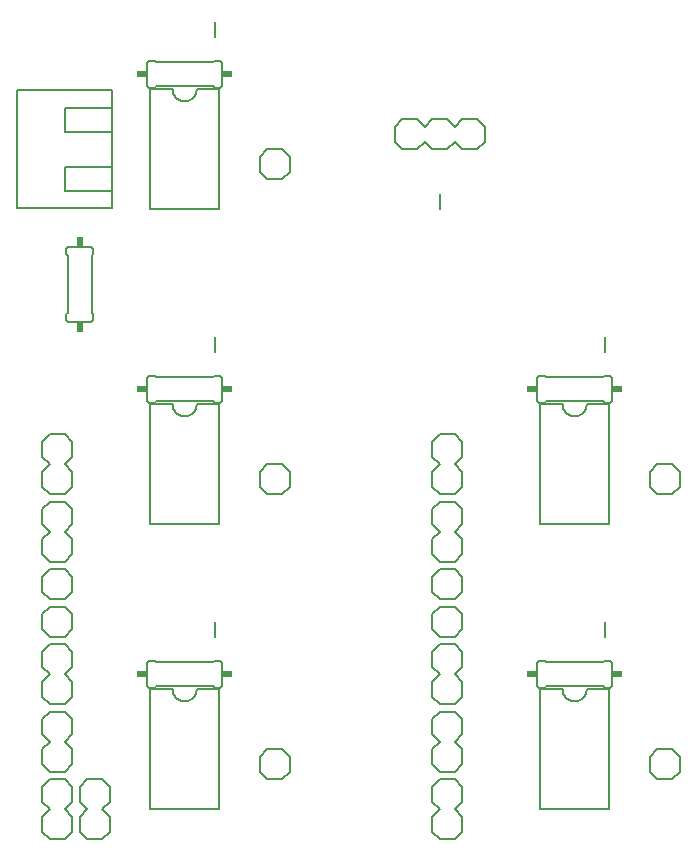
<source format=gto>
G75*
%MOIN*%
%OFA0B0*%
%FSLAX24Y24*%
%IPPOS*%
%LPD*%
%AMOC8*
5,1,8,0,0,1.08239X$1,22.5*
%
%ADD10C,0.0060*%
%ADD11C,0.0080*%
%ADD12R,0.0340X0.0240*%
%ADD13C,0.0050*%
%ADD14R,0.0240X0.0340*%
D10*
X011383Y004497D02*
X013683Y004497D01*
X013683Y008497D01*
X012933Y008497D01*
X013483Y008597D02*
X011583Y008597D01*
X011533Y008547D01*
X011383Y008547D01*
X011383Y008497D02*
X012133Y008497D01*
X012135Y008458D01*
X012141Y008419D01*
X012150Y008381D01*
X012163Y008344D01*
X012180Y008308D01*
X012200Y008275D01*
X012224Y008243D01*
X012250Y008214D01*
X012279Y008188D01*
X012311Y008164D01*
X012344Y008144D01*
X012380Y008127D01*
X012417Y008114D01*
X012455Y008105D01*
X012494Y008099D01*
X012533Y008097D01*
X012572Y008099D01*
X012611Y008105D01*
X012649Y008114D01*
X012686Y008127D01*
X012722Y008144D01*
X012755Y008164D01*
X012787Y008188D01*
X012816Y008214D01*
X012842Y008243D01*
X012866Y008275D01*
X012886Y008308D01*
X012903Y008344D01*
X012916Y008381D01*
X012925Y008419D01*
X012931Y008458D01*
X012933Y008497D01*
X013483Y008597D02*
X013533Y008547D01*
X013683Y008547D01*
X013700Y008549D01*
X013717Y008553D01*
X013733Y008560D01*
X013747Y008570D01*
X013760Y008583D01*
X013770Y008597D01*
X013777Y008613D01*
X013781Y008630D01*
X013783Y008647D01*
X013783Y009347D01*
X013781Y009364D01*
X013777Y009381D01*
X013770Y009397D01*
X013760Y009411D01*
X013747Y009424D01*
X013733Y009434D01*
X013717Y009441D01*
X013700Y009445D01*
X013683Y009447D01*
X013533Y009447D01*
X013483Y009397D01*
X011583Y009397D01*
X011533Y009447D01*
X011383Y009447D01*
X011366Y009445D01*
X011349Y009441D01*
X011333Y009434D01*
X011319Y009424D01*
X011306Y009411D01*
X011296Y009397D01*
X011289Y009381D01*
X011285Y009364D01*
X011283Y009347D01*
X011283Y008647D01*
X011285Y008630D01*
X011289Y008613D01*
X011296Y008597D01*
X011306Y008583D01*
X011319Y008570D01*
X011333Y008560D01*
X011349Y008553D01*
X011366Y008549D01*
X011383Y008547D01*
X011383Y008497D02*
X011383Y004497D01*
X011383Y013997D02*
X013683Y013997D01*
X013683Y017997D01*
X012933Y017997D01*
X013483Y018097D02*
X011583Y018097D01*
X011533Y018047D01*
X011383Y018047D01*
X011383Y017997D02*
X012133Y017997D01*
X012135Y017958D01*
X012141Y017919D01*
X012150Y017881D01*
X012163Y017844D01*
X012180Y017808D01*
X012200Y017775D01*
X012224Y017743D01*
X012250Y017714D01*
X012279Y017688D01*
X012311Y017664D01*
X012344Y017644D01*
X012380Y017627D01*
X012417Y017614D01*
X012455Y017605D01*
X012494Y017599D01*
X012533Y017597D01*
X012572Y017599D01*
X012611Y017605D01*
X012649Y017614D01*
X012686Y017627D01*
X012722Y017644D01*
X012755Y017664D01*
X012787Y017688D01*
X012816Y017714D01*
X012842Y017743D01*
X012866Y017775D01*
X012886Y017808D01*
X012903Y017844D01*
X012916Y017881D01*
X012925Y017919D01*
X012931Y017958D01*
X012933Y017997D01*
X013483Y018097D02*
X013533Y018047D01*
X013683Y018047D01*
X013700Y018049D01*
X013717Y018053D01*
X013733Y018060D01*
X013747Y018070D01*
X013760Y018083D01*
X013770Y018097D01*
X013777Y018113D01*
X013781Y018130D01*
X013783Y018147D01*
X013783Y018847D01*
X013781Y018864D01*
X013777Y018881D01*
X013770Y018897D01*
X013760Y018911D01*
X013747Y018924D01*
X013733Y018934D01*
X013717Y018941D01*
X013700Y018945D01*
X013683Y018947D01*
X013533Y018947D01*
X013483Y018897D01*
X011583Y018897D01*
X011533Y018947D01*
X011383Y018947D01*
X011366Y018945D01*
X011349Y018941D01*
X011333Y018934D01*
X011319Y018924D01*
X011306Y018911D01*
X011296Y018897D01*
X011289Y018881D01*
X011285Y018864D01*
X011283Y018847D01*
X011283Y018147D01*
X011285Y018130D01*
X011289Y018113D01*
X011296Y018097D01*
X011306Y018083D01*
X011319Y018070D01*
X011333Y018060D01*
X011349Y018053D01*
X011366Y018049D01*
X011383Y018047D01*
X011383Y017997D02*
X011383Y013997D01*
X009383Y020747D02*
X008683Y020747D01*
X008666Y020749D01*
X008649Y020753D01*
X008633Y020760D01*
X008619Y020770D01*
X008606Y020783D01*
X008596Y020797D01*
X008589Y020813D01*
X008585Y020830D01*
X008583Y020847D01*
X008583Y020997D01*
X008633Y021047D01*
X008633Y022947D01*
X008583Y022997D01*
X008583Y023147D01*
X008585Y023164D01*
X008589Y023181D01*
X008596Y023197D01*
X008606Y023211D01*
X008619Y023224D01*
X008633Y023234D01*
X008649Y023241D01*
X008666Y023245D01*
X008683Y023247D01*
X009383Y023247D01*
X009400Y023245D01*
X009417Y023241D01*
X009433Y023234D01*
X009447Y023224D01*
X009460Y023211D01*
X009470Y023197D01*
X009477Y023181D01*
X009481Y023164D01*
X009483Y023147D01*
X009483Y022997D01*
X009433Y022947D01*
X009433Y021047D01*
X009483Y020997D01*
X009483Y020847D01*
X009481Y020830D01*
X009477Y020813D01*
X009470Y020797D01*
X009460Y020783D01*
X009447Y020770D01*
X009433Y020760D01*
X009417Y020753D01*
X009400Y020749D01*
X009383Y020747D01*
X011383Y024497D02*
X013683Y024497D01*
X013683Y028497D01*
X012933Y028497D01*
X013483Y028597D02*
X011583Y028597D01*
X011533Y028547D01*
X011383Y028547D01*
X011383Y028497D02*
X012133Y028497D01*
X012135Y028458D01*
X012141Y028419D01*
X012150Y028381D01*
X012163Y028344D01*
X012180Y028308D01*
X012200Y028275D01*
X012224Y028243D01*
X012250Y028214D01*
X012279Y028188D01*
X012311Y028164D01*
X012344Y028144D01*
X012380Y028127D01*
X012417Y028114D01*
X012455Y028105D01*
X012494Y028099D01*
X012533Y028097D01*
X012572Y028099D01*
X012611Y028105D01*
X012649Y028114D01*
X012686Y028127D01*
X012722Y028144D01*
X012755Y028164D01*
X012787Y028188D01*
X012816Y028214D01*
X012842Y028243D01*
X012866Y028275D01*
X012886Y028308D01*
X012903Y028344D01*
X012916Y028381D01*
X012925Y028419D01*
X012931Y028458D01*
X012933Y028497D01*
X013483Y028597D02*
X013533Y028547D01*
X013683Y028547D01*
X013700Y028549D01*
X013717Y028553D01*
X013733Y028560D01*
X013747Y028570D01*
X013760Y028583D01*
X013770Y028597D01*
X013777Y028613D01*
X013781Y028630D01*
X013783Y028647D01*
X013783Y029347D01*
X013781Y029364D01*
X013777Y029381D01*
X013770Y029397D01*
X013760Y029411D01*
X013747Y029424D01*
X013733Y029434D01*
X013717Y029441D01*
X013700Y029445D01*
X013683Y029447D01*
X013533Y029447D01*
X013483Y029397D01*
X011583Y029397D01*
X011533Y029447D01*
X011383Y029447D01*
X011366Y029445D01*
X011349Y029441D01*
X011333Y029434D01*
X011319Y029424D01*
X011306Y029411D01*
X011296Y029397D01*
X011289Y029381D01*
X011285Y029364D01*
X011283Y029347D01*
X011283Y028647D01*
X011285Y028630D01*
X011289Y028613D01*
X011296Y028597D01*
X011306Y028583D01*
X011319Y028570D01*
X011333Y028560D01*
X011349Y028553D01*
X011366Y028549D01*
X011383Y028547D01*
X011383Y028497D02*
X011383Y024497D01*
X024283Y018847D02*
X024283Y018147D01*
X024285Y018130D01*
X024289Y018113D01*
X024296Y018097D01*
X024306Y018083D01*
X024319Y018070D01*
X024333Y018060D01*
X024349Y018053D01*
X024366Y018049D01*
X024383Y018047D01*
X024533Y018047D01*
X024583Y018097D01*
X026483Y018097D01*
X026533Y018047D01*
X026683Y018047D01*
X026683Y017997D02*
X025933Y017997D01*
X025931Y017958D01*
X025925Y017919D01*
X025916Y017881D01*
X025903Y017844D01*
X025886Y017808D01*
X025866Y017775D01*
X025842Y017743D01*
X025816Y017714D01*
X025787Y017688D01*
X025755Y017664D01*
X025722Y017644D01*
X025686Y017627D01*
X025649Y017614D01*
X025611Y017605D01*
X025572Y017599D01*
X025533Y017597D01*
X025494Y017599D01*
X025455Y017605D01*
X025417Y017614D01*
X025380Y017627D01*
X025344Y017644D01*
X025311Y017664D01*
X025279Y017688D01*
X025250Y017714D01*
X025224Y017743D01*
X025200Y017775D01*
X025180Y017808D01*
X025163Y017844D01*
X025150Y017881D01*
X025141Y017919D01*
X025135Y017958D01*
X025133Y017997D01*
X024383Y017997D01*
X024383Y013997D01*
X026683Y013997D01*
X026683Y017997D01*
X026683Y018047D02*
X026700Y018049D01*
X026717Y018053D01*
X026733Y018060D01*
X026747Y018070D01*
X026760Y018083D01*
X026770Y018097D01*
X026777Y018113D01*
X026781Y018130D01*
X026783Y018147D01*
X026783Y018847D01*
X026781Y018864D01*
X026777Y018881D01*
X026770Y018897D01*
X026760Y018911D01*
X026747Y018924D01*
X026733Y018934D01*
X026717Y018941D01*
X026700Y018945D01*
X026683Y018947D01*
X026533Y018947D01*
X026483Y018897D01*
X024583Y018897D01*
X024533Y018947D01*
X024383Y018947D01*
X024366Y018945D01*
X024349Y018941D01*
X024333Y018934D01*
X024319Y018924D01*
X024306Y018911D01*
X024296Y018897D01*
X024289Y018881D01*
X024285Y018864D01*
X024283Y018847D01*
X024383Y009447D02*
X024533Y009447D01*
X024583Y009397D01*
X026483Y009397D01*
X026533Y009447D01*
X026683Y009447D01*
X026700Y009445D01*
X026717Y009441D01*
X026733Y009434D01*
X026747Y009424D01*
X026760Y009411D01*
X026770Y009397D01*
X026777Y009381D01*
X026781Y009364D01*
X026783Y009347D01*
X026783Y008647D01*
X026781Y008630D01*
X026777Y008613D01*
X026770Y008597D01*
X026760Y008583D01*
X026747Y008570D01*
X026733Y008560D01*
X026717Y008553D01*
X026700Y008549D01*
X026683Y008547D01*
X026533Y008547D01*
X026483Y008597D01*
X024583Y008597D01*
X024533Y008547D01*
X024383Y008547D01*
X024383Y008497D02*
X025133Y008497D01*
X025135Y008458D01*
X025141Y008419D01*
X025150Y008381D01*
X025163Y008344D01*
X025180Y008308D01*
X025200Y008275D01*
X025224Y008243D01*
X025250Y008214D01*
X025279Y008188D01*
X025311Y008164D01*
X025344Y008144D01*
X025380Y008127D01*
X025417Y008114D01*
X025455Y008105D01*
X025494Y008099D01*
X025533Y008097D01*
X025572Y008099D01*
X025611Y008105D01*
X025649Y008114D01*
X025686Y008127D01*
X025722Y008144D01*
X025755Y008164D01*
X025787Y008188D01*
X025816Y008214D01*
X025842Y008243D01*
X025866Y008275D01*
X025886Y008308D01*
X025903Y008344D01*
X025916Y008381D01*
X025925Y008419D01*
X025931Y008458D01*
X025933Y008497D01*
X026683Y008497D01*
X026683Y004497D01*
X024383Y004497D01*
X024383Y008497D01*
X024383Y008547D02*
X024366Y008549D01*
X024349Y008553D01*
X024333Y008560D01*
X024319Y008570D01*
X024306Y008583D01*
X024296Y008597D01*
X024289Y008613D01*
X024285Y008630D01*
X024283Y008647D01*
X024283Y009347D01*
X024285Y009364D01*
X024289Y009381D01*
X024296Y009397D01*
X024306Y009411D01*
X024319Y009424D01*
X024333Y009434D01*
X024349Y009441D01*
X024366Y009445D01*
X024383Y009447D01*
D11*
X008033Y003497D02*
X007783Y003747D01*
X007783Y004247D01*
X008033Y004497D01*
X007783Y004747D01*
X007783Y005247D01*
X008033Y005497D01*
X008533Y005497D01*
X008783Y005247D01*
X008783Y004747D01*
X008533Y004497D01*
X008783Y004247D01*
X008783Y003747D01*
X008533Y003497D01*
X008033Y003497D01*
X009033Y003747D02*
X009033Y004247D01*
X009283Y004497D01*
X009033Y004747D01*
X009033Y005247D01*
X009283Y005497D01*
X009783Y005497D01*
X010033Y005247D01*
X010033Y004747D01*
X009783Y004497D01*
X010033Y004247D01*
X010033Y003747D01*
X009783Y003497D01*
X009283Y003497D01*
X009033Y003747D01*
X008533Y005747D02*
X008033Y005747D01*
X007783Y005997D01*
X007783Y006497D01*
X008033Y006747D01*
X007783Y006997D01*
X007783Y007497D01*
X008033Y007747D01*
X008533Y007747D01*
X008783Y007497D01*
X008783Y006997D01*
X008533Y006747D01*
X008783Y006497D01*
X008783Y005997D01*
X008533Y005747D01*
X008533Y007997D02*
X008033Y007997D01*
X007783Y008247D01*
X007783Y008747D01*
X008033Y008997D01*
X007783Y009247D01*
X007783Y009747D01*
X008033Y009997D01*
X008533Y009997D01*
X008783Y009747D01*
X008783Y009247D01*
X008533Y008997D01*
X008783Y008747D01*
X008783Y008247D01*
X008533Y007997D01*
X008533Y010247D02*
X008033Y010247D01*
X007783Y010497D01*
X007783Y010997D01*
X008033Y011247D01*
X008533Y011247D01*
X008783Y010997D01*
X008783Y010497D01*
X008533Y010247D01*
X008533Y011497D02*
X008033Y011497D01*
X007783Y011747D01*
X007783Y012247D01*
X008033Y012497D01*
X008533Y012497D01*
X008783Y012247D01*
X008783Y011747D01*
X008533Y011497D01*
X008533Y012747D02*
X008033Y012747D01*
X007783Y012997D01*
X007783Y013497D01*
X008033Y013747D01*
X007783Y013997D01*
X007783Y014497D01*
X008033Y014747D01*
X008533Y014747D01*
X008783Y014497D01*
X008783Y013997D01*
X008533Y013747D01*
X008783Y013497D01*
X008783Y012997D01*
X008533Y012747D01*
X008533Y014997D02*
X008033Y014997D01*
X007783Y015247D01*
X007783Y015747D01*
X008033Y015997D01*
X007783Y016247D01*
X007783Y016747D01*
X008033Y016997D01*
X008533Y016997D01*
X008783Y016747D01*
X008783Y016247D01*
X008533Y015997D01*
X008783Y015747D01*
X008783Y015247D01*
X008533Y014997D01*
X013533Y010747D02*
X013533Y010247D01*
X015283Y006497D02*
X015033Y006247D01*
X015033Y005747D01*
X015283Y005497D01*
X015783Y005497D01*
X016033Y005747D01*
X016033Y006247D01*
X015783Y006497D01*
X015283Y006497D01*
X020783Y006497D02*
X020783Y005997D01*
X021033Y005747D01*
X021533Y005747D01*
X021783Y005997D01*
X021783Y006497D01*
X021533Y006747D01*
X021783Y006997D01*
X021783Y007497D01*
X021533Y007747D01*
X021033Y007747D01*
X020783Y007497D01*
X020783Y006997D01*
X021033Y006747D01*
X020783Y006497D01*
X021033Y005497D02*
X020783Y005247D01*
X020783Y004747D01*
X021033Y004497D01*
X020783Y004247D01*
X020783Y003747D01*
X021033Y003497D01*
X021533Y003497D01*
X021783Y003747D01*
X021783Y004247D01*
X021533Y004497D01*
X021783Y004747D01*
X021783Y005247D01*
X021533Y005497D01*
X021033Y005497D01*
X021033Y007997D02*
X021533Y007997D01*
X021783Y008247D01*
X021783Y008747D01*
X021533Y008997D01*
X021783Y009247D01*
X021783Y009747D01*
X021533Y009997D01*
X021033Y009997D01*
X020783Y009747D01*
X020783Y009247D01*
X021033Y008997D01*
X020783Y008747D01*
X020783Y008247D01*
X021033Y007997D01*
X021033Y010247D02*
X021533Y010247D01*
X021783Y010497D01*
X021783Y010997D01*
X021533Y011247D01*
X021033Y011247D01*
X020783Y010997D01*
X020783Y010497D01*
X021033Y010247D01*
X021033Y011497D02*
X021533Y011497D01*
X021783Y011747D01*
X021783Y012247D01*
X021533Y012497D01*
X021033Y012497D01*
X020783Y012247D01*
X020783Y011747D01*
X021033Y011497D01*
X021033Y012747D02*
X020783Y012997D01*
X020783Y013497D01*
X021033Y013747D01*
X020783Y013997D01*
X020783Y014497D01*
X021033Y014747D01*
X021533Y014747D01*
X021783Y014497D01*
X021783Y013997D01*
X021533Y013747D01*
X021783Y013497D01*
X021783Y012997D01*
X021533Y012747D01*
X021033Y012747D01*
X021033Y014997D02*
X020783Y015247D01*
X020783Y015747D01*
X021033Y015997D01*
X020783Y016247D01*
X020783Y016747D01*
X021033Y016997D01*
X021533Y016997D01*
X021783Y016747D01*
X021783Y016247D01*
X021533Y015997D01*
X021783Y015747D01*
X021783Y015247D01*
X021533Y014997D01*
X021033Y014997D01*
X016033Y015247D02*
X016033Y015747D01*
X015783Y015997D01*
X015283Y015997D01*
X015033Y015747D01*
X015033Y015247D01*
X015283Y014997D01*
X015783Y014997D01*
X016033Y015247D01*
X013533Y019747D02*
X013533Y020247D01*
X015283Y025497D02*
X015033Y025747D01*
X015033Y026247D01*
X015283Y026497D01*
X015783Y026497D01*
X016033Y026247D01*
X016033Y025747D01*
X015783Y025497D01*
X015283Y025497D01*
X019533Y026747D02*
X019783Y026497D01*
X020283Y026497D01*
X020533Y026747D01*
X020783Y026497D01*
X021283Y026497D01*
X021533Y026747D01*
X021783Y026497D01*
X022283Y026497D01*
X022533Y026747D01*
X022533Y027247D01*
X022283Y027497D01*
X021783Y027497D01*
X021533Y027247D01*
X021283Y027497D01*
X020783Y027497D01*
X020533Y027247D01*
X020283Y027497D01*
X019783Y027497D01*
X019533Y027247D01*
X019533Y026747D01*
X021033Y024997D02*
X021033Y024497D01*
X026533Y020247D02*
X026533Y019747D01*
X028283Y015997D02*
X028033Y015747D01*
X028033Y015247D01*
X028283Y014997D01*
X028783Y014997D01*
X029033Y015247D01*
X029033Y015747D01*
X028783Y015997D01*
X028283Y015997D01*
X026533Y010747D02*
X026533Y010247D01*
X028283Y006497D02*
X028033Y006247D01*
X028033Y005747D01*
X028283Y005497D01*
X028783Y005497D01*
X029033Y005747D01*
X029033Y006247D01*
X028783Y006497D01*
X028283Y006497D01*
X013533Y030247D02*
X013533Y030747D01*
D12*
X013953Y028997D03*
X011113Y028997D03*
X011113Y018497D03*
X013953Y018497D03*
X013953Y008997D03*
X011113Y008997D03*
X024113Y008997D03*
X026953Y008997D03*
X026953Y018497D03*
X024113Y018497D03*
D13*
X010108Y024529D02*
X006959Y024529D01*
X006959Y028466D01*
X010108Y028466D01*
X010108Y027875D01*
X008533Y027875D01*
X008533Y027088D01*
X010108Y027088D01*
X010108Y025907D01*
X008533Y025907D01*
X008533Y025119D01*
X010108Y025119D01*
X010108Y024529D01*
X010108Y025119D02*
X010108Y025907D01*
X010108Y027088D02*
X010108Y027875D01*
D14*
X009033Y023417D03*
X009033Y020577D03*
M02*

</source>
